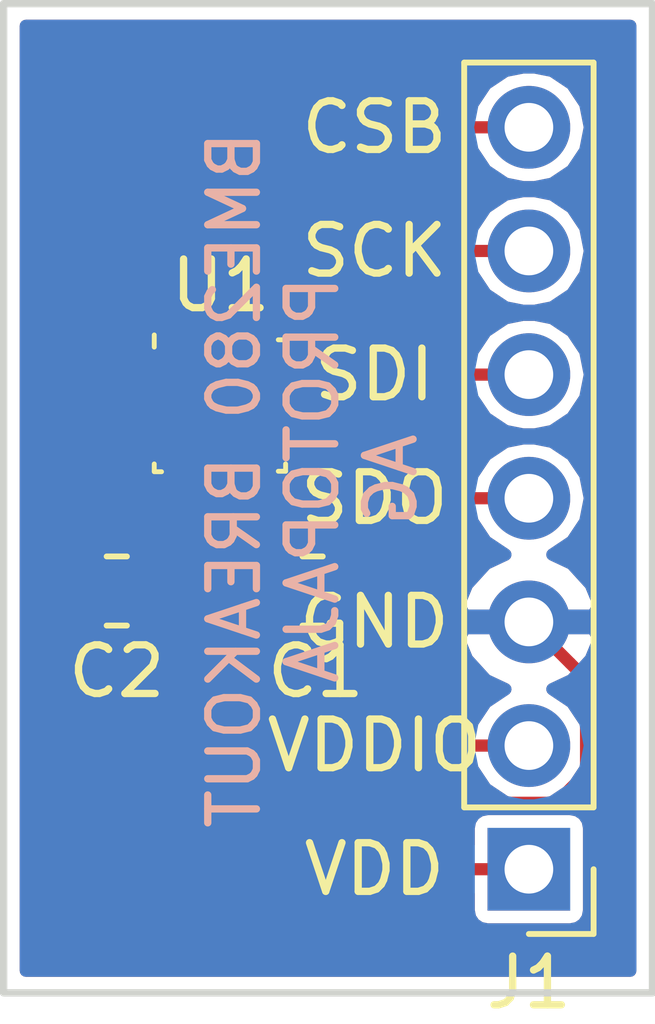
<source format=kicad_pcb>
(kicad_pcb (version 20171130) (host pcbnew 5.0.0-rc3-6a2723a~65~ubuntu18.04.1)

  (general
    (thickness 1.6)
    (drawings 12)
    (tracks 48)
    (zones 0)
    (modules 4)
    (nets 8)
  )

  (page A4)
  (layers
    (0 F.Cu signal)
    (31 B.Cu signal)
    (32 B.Adhes user)
    (33 F.Adhes user)
    (34 B.Paste user)
    (35 F.Paste user)
    (36 B.SilkS user)
    (37 F.SilkS user)
    (38 B.Mask user)
    (39 F.Mask user)
    (40 Dwgs.User user)
    (41 Cmts.User user)
    (42 Eco1.User user)
    (43 Eco2.User user)
    (44 Edge.Cuts user)
    (45 Margin user)
    (46 B.CrtYd user)
    (47 F.CrtYd user)
    (48 B.Fab user hide)
    (49 F.Fab user hide)
  )

  (setup
    (last_trace_width 0.25)
    (trace_clearance 0.2)
    (zone_clearance 0.508)
    (zone_45_only no)
    (trace_min 0.2)
    (segment_width 0.2)
    (edge_width 0.15)
    (via_size 0.5)
    (via_drill 0.2)
    (via_min_size 0.45)
    (via_min_drill 0.2)
    (uvia_size 0.3)
    (uvia_drill 0.1)
    (uvias_allowed no)
    (uvia_min_size 0.2)
    (uvia_min_drill 0.1)
    (pcb_text_width 0.3)
    (pcb_text_size 1.5 1.5)
    (mod_edge_width 0.15)
    (mod_text_size 1 1)
    (mod_text_width 0.15)
    (pad_size 1.524 1.524)
    (pad_drill 0.762)
    (pad_to_mask_clearance 0.0254)
    (aux_axis_origin 0 0)
    (visible_elements FFFFFF7F)
    (pcbplotparams
      (layerselection 0x010f0_ffffffff)
      (usegerberextensions false)
      (usegerberattributes false)
      (usegerberadvancedattributes false)
      (creategerberjobfile false)
      (excludeedgelayer true)
      (linewidth 0.100000)
      (plotframeref false)
      (viasonmask false)
      (mode 1)
      (useauxorigin false)
      (hpglpennumber 1)
      (hpglpenspeed 20)
      (hpglpendiameter 15.000000)
      (psnegative false)
      (psa4output false)
      (plotreference true)
      (plotvalue true)
      (plotinvisibletext false)
      (padsonsilk false)
      (subtractmaskfromsilk false)
      (outputformat 1)
      (mirror false)
      (drillshape 0)
      (scaleselection 1)
      (outputdirectory "gerber/"))
  )

  (net 0 "")
  (net 1 GND)
  (net 2 /VDDIO)
  (net 3 /VDD)
  (net 4 /SDO)
  (net 5 /SDI)
  (net 6 /SCK)
  (net 7 /CSB)

  (net_class Default "This is the default net class."
    (clearance 0.2)
    (trace_width 0.25)
    (via_dia 0.5)
    (via_drill 0.2)
    (uvia_dia 0.3)
    (uvia_drill 0.1)
    (add_net /CSB)
    (add_net /SCK)
    (add_net /SDI)
    (add_net /SDO)
    (add_net /VDD)
    (add_net /VDDIO)
    (add_net GND)
  )

  (module Capacitor_SMD:C_0805_2012Metric (layer F.Cu) (tedit 5B20DC38) (tstamp 5B52216F)
    (at 182.88 83.82)
    (descr "Capacitor SMD 0805 (2012 Metric), square (rectangular) end terminal, IPC_7351 nominal, (Body size source: http://www.tortai-tech.com/upload/download/2011102023233369053.pdf), generated with kicad-footprint-generator")
    (tags capacitor)
    (path /5B478C4F)
    (attr smd)
    (fp_text reference C1 (at 0.0635 1.651) (layer F.SilkS)
      (effects (font (size 1 1) (thickness 0.15)))
    )
    (fp_text value 100nF (at 0 1.65) (layer F.Fab)
      (effects (font (size 1 1) (thickness 0.15)))
    )
    (fp_line (start -1 0.6) (end -1 -0.6) (layer F.Fab) (width 0.1))
    (fp_line (start -1 -0.6) (end 1 -0.6) (layer F.Fab) (width 0.1))
    (fp_line (start 1 -0.6) (end 1 0.6) (layer F.Fab) (width 0.1))
    (fp_line (start 1 0.6) (end -1 0.6) (layer F.Fab) (width 0.1))
    (fp_line (start -0.207983 -0.71) (end 0.207983 -0.71) (layer F.SilkS) (width 0.12))
    (fp_line (start -0.207983 0.71) (end 0.207983 0.71) (layer F.SilkS) (width 0.12))
    (fp_line (start -1.68 0.95) (end -1.68 -0.95) (layer F.CrtYd) (width 0.05))
    (fp_line (start -1.68 -0.95) (end 1.68 -0.95) (layer F.CrtYd) (width 0.05))
    (fp_line (start 1.68 -0.95) (end 1.68 0.95) (layer F.CrtYd) (width 0.05))
    (fp_line (start 1.68 0.95) (end -1.68 0.95) (layer F.CrtYd) (width 0.05))
    (fp_text user %R (at 0 0) (layer F.Fab)
      (effects (font (size 0.5 0.5) (thickness 0.08)))
    )
    (pad 1 smd roundrect (at -0.85 0) (size 1.15 1.4) (layers F.Cu F.Paste F.Mask) (roundrect_rratio 0.217391)
      (net 1 GND))
    (pad 2 smd roundrect (at 0.85 0) (size 1.15 1.4) (layers F.Cu F.Paste F.Mask) (roundrect_rratio 0.217391)
      (net 2 /VDDIO))
    (model ${KISYS3DMOD}/Capacitor_SMD.3dshapes/C_0805_2012Metric.wrl
      (at (xyz 0 0 0))
      (scale (xyz 1 1 1))
      (rotate (xyz 0 0 0))
    )
  )

  (module Capacitor_SMD:C_0805_2012Metric (layer F.Cu) (tedit 5B20DC38) (tstamp 5B522180)
    (at 178.855 83.82 180)
    (descr "Capacitor SMD 0805 (2012 Metric), square (rectangular) end terminal, IPC_7351 nominal, (Body size source: http://www.tortai-tech.com/upload/download/2011102023233369053.pdf), generated with kicad-footprint-generator")
    (tags capacitor)
    (path /5B478EC1)
    (attr smd)
    (fp_text reference C2 (at 0 -1.65 180) (layer F.SilkS)
      (effects (font (size 1 1) (thickness 0.15)))
    )
    (fp_text value 100nF (at 0 1.65 180) (layer F.Fab)
      (effects (font (size 1 1) (thickness 0.15)))
    )
    (fp_text user %R (at 0 0 180) (layer F.Fab)
      (effects (font (size 0.5 0.5) (thickness 0.08)))
    )
    (fp_line (start 1.68 0.95) (end -1.68 0.95) (layer F.CrtYd) (width 0.05))
    (fp_line (start 1.68 -0.95) (end 1.68 0.95) (layer F.CrtYd) (width 0.05))
    (fp_line (start -1.68 -0.95) (end 1.68 -0.95) (layer F.CrtYd) (width 0.05))
    (fp_line (start -1.68 0.95) (end -1.68 -0.95) (layer F.CrtYd) (width 0.05))
    (fp_line (start -0.207983 0.71) (end 0.207983 0.71) (layer F.SilkS) (width 0.12))
    (fp_line (start -0.207983 -0.71) (end 0.207983 -0.71) (layer F.SilkS) (width 0.12))
    (fp_line (start 1 0.6) (end -1 0.6) (layer F.Fab) (width 0.1))
    (fp_line (start 1 -0.6) (end 1 0.6) (layer F.Fab) (width 0.1))
    (fp_line (start -1 -0.6) (end 1 -0.6) (layer F.Fab) (width 0.1))
    (fp_line (start -1 0.6) (end -1 -0.6) (layer F.Fab) (width 0.1))
    (pad 2 smd roundrect (at 0.85 0 180) (size 1.15 1.4) (layers F.Cu F.Paste F.Mask) (roundrect_rratio 0.217391)
      (net 3 /VDD))
    (pad 1 smd roundrect (at -0.85 0 180) (size 1.15 1.4) (layers F.Cu F.Paste F.Mask) (roundrect_rratio 0.217391)
      (net 1 GND))
    (model ${KISYS3DMOD}/Capacitor_SMD.3dshapes/C_0805_2012Metric.wrl
      (at (xyz 0 0 0))
      (scale (xyz 1 1 1))
      (rotate (xyz 0 0 0))
    )
  )

  (module Connector_PinHeader_2.54mm:PinHeader_1x07_P2.54mm_Vertical (layer F.Cu) (tedit 59FED5CC) (tstamp 5B52219B)
    (at 187.325 89.535 180)
    (descr "Through hole straight pin header, 1x07, 2.54mm pitch, single row")
    (tags "Through hole pin header THT 1x07 2.54mm single row")
    (path /5B479421)
    (fp_text reference J1 (at 0 -2.33 180) (layer F.SilkS)
      (effects (font (size 1 1) (thickness 0.15)))
    )
    (fp_text value Conn_01x07 (at 0 17.57 180) (layer F.Fab)
      (effects (font (size 1 1) (thickness 0.15)))
    )
    (fp_line (start -0.635 -1.27) (end 1.27 -1.27) (layer F.Fab) (width 0.1))
    (fp_line (start 1.27 -1.27) (end 1.27 16.51) (layer F.Fab) (width 0.1))
    (fp_line (start 1.27 16.51) (end -1.27 16.51) (layer F.Fab) (width 0.1))
    (fp_line (start -1.27 16.51) (end -1.27 -0.635) (layer F.Fab) (width 0.1))
    (fp_line (start -1.27 -0.635) (end -0.635 -1.27) (layer F.Fab) (width 0.1))
    (fp_line (start -1.33 16.57) (end 1.33 16.57) (layer F.SilkS) (width 0.12))
    (fp_line (start -1.33 1.27) (end -1.33 16.57) (layer F.SilkS) (width 0.12))
    (fp_line (start 1.33 1.27) (end 1.33 16.57) (layer F.SilkS) (width 0.12))
    (fp_line (start -1.33 1.27) (end 1.33 1.27) (layer F.SilkS) (width 0.12))
    (fp_line (start -1.33 0) (end -1.33 -1.33) (layer F.SilkS) (width 0.12))
    (fp_line (start -1.33 -1.33) (end 0 -1.33) (layer F.SilkS) (width 0.12))
    (fp_line (start -1.8 -1.8) (end -1.8 17.05) (layer F.CrtYd) (width 0.05))
    (fp_line (start -1.8 17.05) (end 1.8 17.05) (layer F.CrtYd) (width 0.05))
    (fp_line (start 1.8 17.05) (end 1.8 -1.8) (layer F.CrtYd) (width 0.05))
    (fp_line (start 1.8 -1.8) (end -1.8 -1.8) (layer F.CrtYd) (width 0.05))
    (fp_text user %R (at 0 7.62 270) (layer F.Fab)
      (effects (font (size 1 1) (thickness 0.15)))
    )
    (pad 1 thru_hole rect (at 0 0 180) (size 1.7 1.7) (drill 1) (layers *.Cu *.Mask)
      (net 3 /VDD))
    (pad 2 thru_hole oval (at 0 2.54 180) (size 1.7 1.7) (drill 1) (layers *.Cu *.Mask)
      (net 2 /VDDIO))
    (pad 3 thru_hole oval (at 0 5.08 180) (size 1.7 1.7) (drill 1) (layers *.Cu *.Mask)
      (net 1 GND))
    (pad 4 thru_hole oval (at 0 7.62 180) (size 1.7 1.7) (drill 1) (layers *.Cu *.Mask)
      (net 4 /SDO))
    (pad 5 thru_hole oval (at 0 10.16 180) (size 1.7 1.7) (drill 1) (layers *.Cu *.Mask)
      (net 5 /SDI))
    (pad 6 thru_hole oval (at 0 12.7 180) (size 1.7 1.7) (drill 1) (layers *.Cu *.Mask)
      (net 6 /SCK))
    (pad 7 thru_hole oval (at 0 15.24 180) (size 1.7 1.7) (drill 1) (layers *.Cu *.Mask)
      (net 7 /CSB))
    (model ${KISYS3DMOD}/Connector_PinHeader_2.54mm.3dshapes/PinHeader_1x07_P2.54mm_Vertical.wrl
      (at (xyz 0 0 0))
      (scale (xyz 1 1 1))
      (rotate (xyz 0 0 0))
    )
  )

  (module Package_LGA:Bosch_LGA-8_2.5x2.5mm_P0.65mm_ClockwisePinNumbering (layer F.Cu) (tedit 5A0FA816) (tstamp 5B5221B8)
    (at 180.975 80.01)
    (descr LGA-8)
    (tags "lga land grid array")
    (path /5B4789AB)
    (attr smd)
    (fp_text reference U1 (at 0.015 -2.465) (layer F.SilkS)
      (effects (font (size 1 1) (thickness 0.15)))
    )
    (fp_text value BME280 (at 0.015 2.535) (layer F.Fab)
      (effects (font (size 1 1) (thickness 0.15)))
    )
    (fp_text user %R (at 0 0 180) (layer F.Fab)
      (effects (font (size 0.5 0.5) (thickness 0.075)))
    )
    (fp_line (start -1.35 1.36) (end -1.2 1.36) (layer F.SilkS) (width 0.1))
    (fp_line (start -1.25 -0.5) (end -0.5 -1.25) (layer F.Fab) (width 0.1))
    (fp_line (start -1.35 1.35) (end -1.35 1.2) (layer F.SilkS) (width 0.1))
    (fp_line (start 1.35 1.35) (end 1.35 1.2) (layer F.SilkS) (width 0.1))
    (fp_line (start 1.35 1.35) (end 1.2 1.35) (layer F.SilkS) (width 0.1))
    (fp_line (start 1.2 -1.35) (end 1.35 -1.35) (layer F.SilkS) (width 0.1))
    (fp_line (start 1.35 -1.35) (end 1.35 -1.2) (layer F.SilkS) (width 0.1))
    (fp_line (start -1.35 -1.2) (end -1.35 -1.45) (layer F.SilkS) (width 0.1))
    (fp_line (start -1.25 1.25) (end -1.25 -0.5) (layer F.Fab) (width 0.1))
    (fp_line (start -0.5 -1.25) (end 1.25 -1.25) (layer F.Fab) (width 0.1))
    (fp_line (start 1.25 -1.25) (end 1.25 1.25) (layer F.Fab) (width 0.1))
    (fp_line (start 1.25 1.25) (end -1.25 1.25) (layer F.Fab) (width 0.1))
    (fp_line (start -1.41 1.54) (end -1.41 -1.54) (layer F.CrtYd) (width 0.05))
    (fp_line (start -1.41 -1.54) (end 1.41 -1.54) (layer F.CrtYd) (width 0.05))
    (fp_line (start 1.41 -1.54) (end 1.41 1.54) (layer F.CrtYd) (width 0.05))
    (fp_line (start 1.41 1.54) (end -1.41 1.54) (layer F.CrtYd) (width 0.05))
    (pad 4 smd rect (at 0.975 -1.025 90) (size 0.5 0.35) (layers F.Cu F.Paste F.Mask)
      (net 6 /SCK))
    (pad 3 smd rect (at 0.325 -1.025 90) (size 0.5 0.35) (layers F.Cu F.Paste F.Mask)
      (net 5 /SDI))
    (pad 2 smd rect (at -0.325 -1.025 90) (size 0.5 0.35) (layers F.Cu F.Paste F.Mask)
      (net 7 /CSB))
    (pad 1 smd rect (at -0.975 -1.025 90) (size 0.5 0.35) (layers F.Cu F.Paste F.Mask)
      (net 1 GND))
    (pad 8 smd rect (at -0.975 1.025 90) (size 0.5 0.35) (layers F.Cu F.Paste F.Mask)
      (net 3 /VDD))
    (pad 7 smd rect (at -0.325 1.025 90) (size 0.5 0.35) (layers F.Cu F.Paste F.Mask)
      (net 1 GND))
    (pad 6 smd rect (at 0.325 1.025 90) (size 0.5 0.35) (layers F.Cu F.Paste F.Mask)
      (net 2 /VDDIO))
    (pad 5 smd rect (at 0.975 1.025 90) (size 0.5 0.35) (layers F.Cu F.Paste F.Mask)
      (net 4 /SDO))
    (model ${KISYS3DMOD}/Package_LGA.3dshapes/Bosch_LGA-8_2.5x2.5mm_P0.65mm_ClockwisePinNumbering.wrl
      (offset (xyz 0.01500000025472259 -0.03500000059435272 0))
      (scale (xyz 1 1 1))
      (rotate (xyz 0 0 0))
    )
  )

  (gr_text "BME280 BREAKOUT\nPROTOPAJA\nAG" (at 182.88 81.534 90) (layer B.SilkS)
    (effects (font (size 1 1) (thickness 0.15)) (justify mirror))
  )
  (gr_text VDD (at 184.15 89.535) (layer F.SilkS)
    (effects (font (size 1 1) (thickness 0.15)))
  )
  (gr_text VDDIO (at 184.15 86.995) (layer F.SilkS)
    (effects (font (size 1 1) (thickness 0.15)))
  )
  (gr_text GND (at 184.15 84.455) (layer F.SilkS)
    (effects (font (size 1 1) (thickness 0.15)))
  )
  (gr_text SDO (at 184.15 81.915) (layer F.SilkS)
    (effects (font (size 1 1) (thickness 0.15)))
  )
  (gr_text SDI (at 184.15 79.375) (layer F.SilkS)
    (effects (font (size 1 1) (thickness 0.15)))
  )
  (gr_text SCK (at 184.15 76.835) (layer F.SilkS)
    (effects (font (size 1 1) (thickness 0.15)))
  )
  (gr_text CSB (at 184.15 74.295) (layer F.SilkS)
    (effects (font (size 1 1) (thickness 0.15)))
  )
  (gr_line (start 176.53 71.755) (end 189.865 71.755) (layer Edge.Cuts) (width 0.15))
  (gr_line (start 176.53 92.075) (end 176.53 71.755) (layer Edge.Cuts) (width 0.15))
  (gr_line (start 189.865 92.075) (end 176.53 92.075) (layer Edge.Cuts) (width 0.15))
  (gr_line (start 189.865 71.755) (end 189.865 92.075) (layer Edge.Cuts) (width 0.15))

  (segment (start 182.03 83.82) (end 179.705 83.82) (width 0.25) (layer F.Cu) (net 1))
  (segment (start 188.174999 85.304999) (end 187.325 84.455) (width 0.25) (layer F.Cu) (net 1))
  (segment (start 180.65 80.674998) (end 180.65 81.035) (width 0.25) (layer F.Cu) (net 1))
  (segment (start 180 80.024998) (end 180.65 80.674998) (width 0.25) (layer F.Cu) (net 1))
  (segment (start 180 78.985) (end 180 80.024998) (width 0.25) (layer F.Cu) (net 1))
  (segment (start 182.03 83.82) (end 182.03 84.62) (width 0.25) (layer F.Cu) (net 1))
  (segment (start 182.03 84.62) (end 182.03 84.74) (width 0.25) (layer F.Cu) (net 1))
  (segment (start 182.03 84.62) (end 182.03 85.47) (width 0.25) (layer F.Cu) (net 1))
  (segment (start 188.500001 85.630001) (end 188.174999 85.304999) (width 0.25) (layer F.Cu) (net 1))
  (segment (start 188.500001 87.559001) (end 188.500001 85.630001) (width 0.25) (layer F.Cu) (net 1))
  (segment (start 187.889001 88.170001) (end 188.500001 87.559001) (width 0.25) (layer F.Cu) (net 1))
  (segment (start 184.730001 88.170001) (end 187.889001 88.170001) (width 0.25) (layer F.Cu) (net 1))
  (segment (start 182.03 85.47) (end 184.730001 88.170001) (width 0.25) (layer F.Cu) (net 1))
  (segment (start 180.65 81.035) (end 180.65 82.05) (width 0.25) (layer F.Cu) (net 1))
  (segment (start 179.705 82.995) (end 179.705 83.82) (width 0.25) (layer F.Cu) (net 1))
  (segment (start 180.65 82.05) (end 179.705 82.995) (width 0.25) (layer F.Cu) (net 1))
  (segment (start 183.73 83.82) (end 183.73 85.25) (width 0.25) (layer F.Cu) (net 2))
  (segment (start 185.475 86.995) (end 187.325 86.995) (width 0.25) (layer F.Cu) (net 2))
  (segment (start 183.73 85.25) (end 185.475 86.995) (width 0.25) (layer F.Cu) (net 2))
  (segment (start 183.35 82.55) (end 183.73 82.93) (width 0.25) (layer F.Cu) (net 2))
  (segment (start 181.61 82.55) (end 183.35 82.55) (width 0.25) (layer F.Cu) (net 2))
  (segment (start 181.3 81.035) (end 181.3 82.24) (width 0.25) (layer F.Cu) (net 2))
  (segment (start 183.73 82.93) (end 183.73 83.82) (width 0.25) (layer F.Cu) (net 2))
  (segment (start 181.3 82.24) (end 181.61 82.55) (width 0.25) (layer F.Cu) (net 2))
  (segment (start 183.72 89.535) (end 187.325 89.535) (width 0.25) (layer F.Cu) (net 3))
  (segment (start 178.005 82.98) (end 178.005 83.82) (width 0.25) (layer F.Cu) (net 3))
  (segment (start 179.275 82.55) (end 178.435 82.55) (width 0.25) (layer F.Cu) (net 3))
  (segment (start 180 81.035) (end 180 81.825) (width 0.25) (layer F.Cu) (net 3))
  (segment (start 178.435 82.55) (end 178.005 82.98) (width 0.25) (layer F.Cu) (net 3))
  (segment (start 180 81.825) (end 179.275 82.55) (width 0.25) (layer F.Cu) (net 3))
  (segment (start 178.005 83.82) (end 178.005 85.422) (width 0.25) (layer F.Cu) (net 3))
  (segment (start 182.118 89.535) (end 183.72 89.535) (width 0.25) (layer F.Cu) (net 3))
  (segment (start 178.005 85.422) (end 182.118 89.535) (width 0.25) (layer F.Cu) (net 3))
  (segment (start 181.95 81.035) (end 181.95 81.874) (width 0.25) (layer F.Cu) (net 4))
  (segment (start 181.991 81.915) (end 187.325 81.915) (width 0.25) (layer F.Cu) (net 4))
  (segment (start 181.95 81.874) (end 181.991 81.915) (width 0.25) (layer F.Cu) (net 4))
  (segment (start 186.122919 79.375) (end 187.325 79.375) (width 0.25) (layer F.Cu) (net 5))
  (segment (start 185.937918 79.560001) (end 186.122919 79.375) (width 0.25) (layer F.Cu) (net 5))
  (segment (start 181.375001 79.560001) (end 185.937918 79.560001) (width 0.25) (layer F.Cu) (net 5))
  (segment (start 181.3 79.485) (end 181.375001 79.560001) (width 0.25) (layer F.Cu) (net 5))
  (segment (start 181.3 78.985) (end 181.3 79.485) (width 0.25) (layer F.Cu) (net 5))
  (segment (start 181.95 78.985) (end 181.95 78.019) (width 0.25) (layer F.Cu) (net 6))
  (segment (start 183.134 76.835) (end 187.325 76.835) (width 0.25) (layer F.Cu) (net 6))
  (segment (start 181.95 78.019) (end 183.134 76.835) (width 0.25) (layer F.Cu) (net 6))
  (segment (start 180.65 78.985) (end 180.65 77.922) (width 0.25) (layer F.Cu) (net 7))
  (segment (start 186.122919 74.295) (end 187.325 74.295) (width 0.25) (layer F.Cu) (net 7))
  (segment (start 184.277 74.295) (end 186.122919 74.295) (width 0.25) (layer F.Cu) (net 7))
  (segment (start 180.65 77.922) (end 184.277 74.295) (width 0.25) (layer F.Cu) (net 7))

  (zone (net 1) (net_name GND) (layer F.Cu) (tstamp 5B47411B) (hatch edge 0.508)
    (connect_pads (clearance 0.254))
    (min_thickness 0.254)
    (fill yes (arc_segments 16) (thermal_gap 0.508) (thermal_bridge_width 0.508))
    (polygon
      (pts
        (xy 176.53 71.755) (xy 189.865 71.755) (xy 189.865 92.075) (xy 176.53 92.075)
      )
    )
    (filled_polygon
      (pts
        (xy 189.409001 91.619) (xy 176.986 91.619) (xy 176.986 83.369999) (xy 177.041536 83.369999) (xy 177.041536 84.270001)
        (xy 177.090136 84.51433) (xy 177.228537 84.721463) (xy 177.43567 84.859864) (xy 177.499001 84.872461) (xy 177.499001 85.372161)
        (xy 177.489087 85.422) (xy 177.519036 85.572557) (xy 177.52836 85.619431) (xy 177.640195 85.786806) (xy 177.682446 85.815037)
        (xy 181.724963 89.857555) (xy 181.753194 89.899806) (xy 181.920569 90.011641) (xy 182.068165 90.041) (xy 182.117999 90.050913)
        (xy 182.167833 90.041) (xy 186.086536 90.041) (xy 186.086536 90.385) (xy 186.116106 90.533659) (xy 186.200314 90.659686)
        (xy 186.326341 90.743894) (xy 186.475 90.773464) (xy 188.175 90.773464) (xy 188.323659 90.743894) (xy 188.449686 90.659686)
        (xy 188.533894 90.533659) (xy 188.563464 90.385) (xy 188.563464 88.685) (xy 188.533894 88.536341) (xy 188.449686 88.410314)
        (xy 188.323659 88.326106) (xy 188.175 88.296536) (xy 186.475 88.296536) (xy 186.326341 88.326106) (xy 186.200314 88.410314)
        (xy 186.116106 88.536341) (xy 186.086536 88.685) (xy 186.086536 89.029) (xy 182.327592 89.029) (xy 178.511 85.212409)
        (xy 178.511 84.872461) (xy 178.57433 84.859864) (xy 178.581479 84.855088) (xy 178.591673 84.879699) (xy 178.770302 85.058327)
        (xy 179.003691 85.155) (xy 179.41925 85.155) (xy 179.578 84.99625) (xy 179.578 83.947) (xy 179.832 83.947)
        (xy 179.832 84.99625) (xy 179.99075 85.155) (xy 180.406309 85.155) (xy 180.639698 85.058327) (xy 180.818327 84.879699)
        (xy 180.8675 84.760985) (xy 180.916673 84.879699) (xy 181.095302 85.058327) (xy 181.328691 85.155) (xy 181.74425 85.155)
        (xy 181.903 84.99625) (xy 181.903 83.947) (xy 180.97875 83.947) (xy 180.8675 84.05825) (xy 180.75625 83.947)
        (xy 179.832 83.947) (xy 179.578 83.947) (xy 179.558 83.947) (xy 179.558 83.693) (xy 179.578 83.693)
        (xy 179.578 83.673) (xy 179.832 83.673) (xy 179.832 83.693) (xy 180.75625 83.693) (xy 180.8675 83.58175)
        (xy 180.97875 83.693) (xy 181.903 83.693) (xy 181.903 83.673) (xy 182.157 83.673) (xy 182.157 83.693)
        (xy 182.177 83.693) (xy 182.177 83.947) (xy 182.157 83.947) (xy 182.157 84.99625) (xy 182.31575 85.155)
        (xy 182.731309 85.155) (xy 182.964698 85.058327) (xy 183.143327 84.879699) (xy 183.153521 84.855088) (xy 183.16067 84.859864)
        (xy 183.224001 84.872461) (xy 183.224001 85.200161) (xy 183.214087 85.25) (xy 183.248301 85.422) (xy 183.25336 85.447431)
        (xy 183.365195 85.614806) (xy 183.407445 85.643037) (xy 185.081963 87.317555) (xy 185.110194 87.359806) (xy 185.222781 87.435033)
        (xy 185.277568 87.471641) (xy 185.475 87.510913) (xy 185.524835 87.501) (xy 186.182588 87.501) (xy 186.437499 87.882501)
        (xy 186.844688 88.154576) (xy 187.203761 88.226) (xy 187.446239 88.226) (xy 187.805312 88.154576) (xy 188.212501 87.882501)
        (xy 188.484576 87.475312) (xy 188.580116 86.995) (xy 188.484576 86.514688) (xy 188.212501 86.107499) (xy 187.808037 85.837245)
        (xy 188.206358 85.650183) (xy 188.596645 85.221924) (xy 188.766476 84.81189) (xy 188.645155 84.582) (xy 187.452 84.582)
        (xy 187.452 84.602) (xy 187.198 84.602) (xy 187.198 84.582) (xy 186.004845 84.582) (xy 185.883524 84.81189)
        (xy 186.053355 85.221924) (xy 186.443642 85.650183) (xy 186.841963 85.837245) (xy 186.437499 86.107499) (xy 186.182588 86.489)
        (xy 185.684592 86.489) (xy 184.236 85.040409) (xy 184.236 84.872461) (xy 184.29933 84.859864) (xy 184.506463 84.721463)
        (xy 184.644864 84.51433) (xy 184.693464 84.270001) (xy 184.693464 83.369999) (xy 184.644864 83.12567) (xy 184.506463 82.918537)
        (xy 184.29933 82.780136) (xy 184.212674 82.762899) (xy 184.206641 82.732569) (xy 184.094806 82.565194) (xy 184.052555 82.536964)
        (xy 183.936592 82.421) (xy 186.182588 82.421) (xy 186.437499 82.802501) (xy 186.841963 83.072755) (xy 186.443642 83.259817)
        (xy 186.053355 83.688076) (xy 185.883524 84.09811) (xy 186.004845 84.328) (xy 187.198 84.328) (xy 187.198 84.308)
        (xy 187.452 84.308) (xy 187.452 84.328) (xy 188.645155 84.328) (xy 188.766476 84.09811) (xy 188.596645 83.688076)
        (xy 188.206358 83.259817) (xy 187.808037 83.072755) (xy 188.212501 82.802501) (xy 188.484576 82.395312) (xy 188.580116 81.915)
        (xy 188.484576 81.434688) (xy 188.212501 81.027499) (xy 187.805312 80.755424) (xy 187.446239 80.684) (xy 187.203761 80.684)
        (xy 186.844688 80.755424) (xy 186.437499 81.027499) (xy 186.182588 81.409) (xy 182.488799 81.409) (xy 182.513464 81.285)
        (xy 182.513464 80.785) (xy 182.483894 80.636341) (xy 182.399686 80.510314) (xy 182.273659 80.426106) (xy 182.125 80.396536)
        (xy 181.775 80.396536) (xy 181.626341 80.426106) (xy 181.625 80.427002) (xy 181.623659 80.426106) (xy 181.475 80.396536)
        (xy 181.334561 80.396536) (xy 181.184699 80.246673) (xy 180.95131 80.15) (xy 180.89625 80.15) (xy 180.7375 80.30875)
        (xy 180.7375 80.780154) (xy 180.736536 80.785) (xy 180.736536 81.285) (xy 180.7375 81.289846) (xy 180.7375 81.76125)
        (xy 180.794001 81.817751) (xy 180.794001 82.190161) (xy 180.784087 82.24) (xy 180.820092 82.421) (xy 180.82336 82.437431)
        (xy 180.935195 82.604806) (xy 180.977446 82.633037) (xy 181.010692 82.666283) (xy 180.916673 82.760301) (xy 180.8675 82.879015)
        (xy 180.818327 82.760301) (xy 180.639698 82.581673) (xy 180.406309 82.485) (xy 180.055592 82.485) (xy 180.322555 82.218037)
        (xy 180.364806 82.189806) (xy 180.443901 82.071431) (xy 180.476641 82.022432) (xy 180.515913 81.825) (xy 180.513065 81.810685)
        (xy 180.5625 81.76125) (xy 180.5625 81.289846) (xy 180.563464 81.285) (xy 180.563464 80.785) (xy 180.5625 80.780154)
        (xy 180.5625 80.30875) (xy 180.40375 80.15) (xy 180.34869 80.15) (xy 180.115301 80.246673) (xy 179.965439 80.396536)
        (xy 179.825 80.396536) (xy 179.676341 80.426106) (xy 179.550314 80.510314) (xy 179.466106 80.636341) (xy 179.436536 80.785)
        (xy 179.436536 81.285) (xy 179.466106 81.433659) (xy 179.494001 81.475406) (xy 179.494001 81.615408) (xy 179.065409 82.044)
        (xy 178.484835 82.044) (xy 178.435 82.034087) (xy 178.237568 82.073359) (xy 178.182781 82.109967) (xy 178.070194 82.185194)
        (xy 178.041963 82.227445) (xy 177.682447 82.586962) (xy 177.640194 82.615194) (xy 177.544442 82.7585) (xy 177.43567 82.780136)
        (xy 177.228537 82.918537) (xy 177.090136 83.12567) (xy 177.041536 83.369999) (xy 176.986 83.369999) (xy 176.986 79.26875)
        (xy 179.19 79.26875) (xy 179.19 79.361309) (xy 179.286673 79.594698) (xy 179.465301 79.773327) (xy 179.69869 79.87)
        (xy 179.75375 79.87) (xy 179.9125 79.71125) (xy 179.9125 79.11) (xy 179.34875 79.11) (xy 179.19 79.26875)
        (xy 176.986 79.26875) (xy 176.986 78.608691) (xy 179.19 78.608691) (xy 179.19 78.70125) (xy 179.34875 78.86)
        (xy 179.9125 78.86) (xy 179.9125 78.735) (xy 180.086536 78.735) (xy 180.086536 79.235) (xy 180.0875 79.239846)
        (xy 180.0875 79.71125) (xy 180.24625 79.87) (xy 180.30131 79.87) (xy 180.534699 79.773327) (xy 180.684561 79.623464)
        (xy 180.81163 79.623464) (xy 180.82336 79.682431) (xy 180.935195 79.849806) (xy 180.977446 79.878037) (xy 180.981962 79.882553)
        (xy 181.010195 79.924807) (xy 181.17757 80.036642) (xy 181.325166 80.066001) (xy 181.375 80.075914) (xy 181.424834 80.066001)
        (xy 185.888084 80.066001) (xy 185.937918 80.075914) (xy 185.987752 80.066001) (xy 185.987753 80.066001) (xy 186.135349 80.036642)
        (xy 186.239905 79.966781) (xy 186.437499 80.262501) (xy 186.844688 80.534576) (xy 187.203761 80.606) (xy 187.446239 80.606)
        (xy 187.805312 80.534576) (xy 188.212501 80.262501) (xy 188.484576 79.855312) (xy 188.580116 79.375) (xy 188.484576 78.894688)
        (xy 188.212501 78.487499) (xy 187.805312 78.215424) (xy 187.446239 78.144) (xy 187.203761 78.144) (xy 186.844688 78.215424)
        (xy 186.437499 78.487499) (xy 186.182588 78.869) (xy 186.172753 78.869) (xy 186.122919 78.859087) (xy 186.073085 78.869)
        (xy 186.073084 78.869) (xy 185.925488 78.898359) (xy 185.758113 79.010194) (xy 185.72988 79.052448) (xy 185.728327 79.054001)
        (xy 182.513464 79.054001) (xy 182.513464 78.735) (xy 182.483894 78.586341) (xy 182.456 78.544594) (xy 182.456 78.228591)
        (xy 183.343592 77.341) (xy 186.182588 77.341) (xy 186.437499 77.722501) (xy 186.844688 77.994576) (xy 187.203761 78.066)
        (xy 187.446239 78.066) (xy 187.805312 77.994576) (xy 188.212501 77.722501) (xy 188.484576 77.315312) (xy 188.580116 76.835)
        (xy 188.484576 76.354688) (xy 188.212501 75.947499) (xy 187.805312 75.675424) (xy 187.446239 75.604) (xy 187.203761 75.604)
        (xy 186.844688 75.675424) (xy 186.437499 75.947499) (xy 186.182588 76.329) (xy 183.183834 76.329) (xy 183.134 76.319087)
        (xy 183.084166 76.329) (xy 183.084165 76.329) (xy 182.936569 76.358359) (xy 182.91446 76.373132) (xy 184.486592 74.801)
        (xy 186.182588 74.801) (xy 186.437499 75.182501) (xy 186.844688 75.454576) (xy 187.203761 75.526) (xy 187.446239 75.526)
        (xy 187.805312 75.454576) (xy 188.212501 75.182501) (xy 188.484576 74.775312) (xy 188.580116 74.295) (xy 188.484576 73.814688)
        (xy 188.212501 73.407499) (xy 187.805312 73.135424) (xy 187.446239 73.064) (xy 187.203761 73.064) (xy 186.844688 73.135424)
        (xy 186.437499 73.407499) (xy 186.182588 73.789) (xy 184.326835 73.789) (xy 184.277 73.779087) (xy 184.227165 73.789)
        (xy 184.079569 73.818359) (xy 183.912194 73.930194) (xy 183.883963 73.972445) (xy 180.327446 77.528963) (xy 180.285195 77.557194)
        (xy 180.192153 77.696443) (xy 180.17336 77.724569) (xy 180.134087 77.922) (xy 180.144001 77.971839) (xy 180.144001 78.202249)
        (xy 180.0875 78.25875) (xy 180.0875 78.730154) (xy 180.086536 78.735) (xy 179.9125 78.735) (xy 179.9125 78.25875)
        (xy 179.75375 78.1) (xy 179.69869 78.1) (xy 179.465301 78.196673) (xy 179.286673 78.375302) (xy 179.19 78.608691)
        (xy 176.986 78.608691) (xy 176.986 72.211) (xy 189.409 72.211)
      )
    )
  )
  (zone (net 1) (net_name GND) (layer B.Cu) (tstamp 5B474118) (hatch edge 0.508)
    (connect_pads (clearance 0.254))
    (min_thickness 0.254)
    (fill yes (arc_segments 16) (thermal_gap 0.508) (thermal_bridge_width 0.508))
    (polygon
      (pts
        (xy 176.53 71.755) (xy 189.865 71.755) (xy 189.865 92.075) (xy 176.53 92.075)
      )
    )
    (filled_polygon
      (pts
        (xy 189.409001 91.619) (xy 176.986 91.619) (xy 176.986 88.685) (xy 186.086536 88.685) (xy 186.086536 90.385)
        (xy 186.116106 90.533659) (xy 186.200314 90.659686) (xy 186.326341 90.743894) (xy 186.475 90.773464) (xy 188.175 90.773464)
        (xy 188.323659 90.743894) (xy 188.449686 90.659686) (xy 188.533894 90.533659) (xy 188.563464 90.385) (xy 188.563464 88.685)
        (xy 188.533894 88.536341) (xy 188.449686 88.410314) (xy 188.323659 88.326106) (xy 188.175 88.296536) (xy 186.475 88.296536)
        (xy 186.326341 88.326106) (xy 186.200314 88.410314) (xy 186.116106 88.536341) (xy 186.086536 88.685) (xy 176.986 88.685)
        (xy 176.986 84.81189) (xy 185.883524 84.81189) (xy 186.053355 85.221924) (xy 186.443642 85.650183) (xy 186.841963 85.837245)
        (xy 186.437499 86.107499) (xy 186.165424 86.514688) (xy 186.069884 86.995) (xy 186.165424 87.475312) (xy 186.437499 87.882501)
        (xy 186.844688 88.154576) (xy 187.203761 88.226) (xy 187.446239 88.226) (xy 187.805312 88.154576) (xy 188.212501 87.882501)
        (xy 188.484576 87.475312) (xy 188.580116 86.995) (xy 188.484576 86.514688) (xy 188.212501 86.107499) (xy 187.808037 85.837245)
        (xy 188.206358 85.650183) (xy 188.596645 85.221924) (xy 188.766476 84.81189) (xy 188.645155 84.582) (xy 187.452 84.582)
        (xy 187.452 84.602) (xy 187.198 84.602) (xy 187.198 84.582) (xy 186.004845 84.582) (xy 185.883524 84.81189)
        (xy 176.986 84.81189) (xy 176.986 84.09811) (xy 185.883524 84.09811) (xy 186.004845 84.328) (xy 187.198 84.328)
        (xy 187.198 84.308) (xy 187.452 84.308) (xy 187.452 84.328) (xy 188.645155 84.328) (xy 188.766476 84.09811)
        (xy 188.596645 83.688076) (xy 188.206358 83.259817) (xy 187.808037 83.072755) (xy 188.212501 82.802501) (xy 188.484576 82.395312)
        (xy 188.580116 81.915) (xy 188.484576 81.434688) (xy 188.212501 81.027499) (xy 187.805312 80.755424) (xy 187.446239 80.684)
        (xy 187.203761 80.684) (xy 186.844688 80.755424) (xy 186.437499 81.027499) (xy 186.165424 81.434688) (xy 186.069884 81.915)
        (xy 186.165424 82.395312) (xy 186.437499 82.802501) (xy 186.841963 83.072755) (xy 186.443642 83.259817) (xy 186.053355 83.688076)
        (xy 185.883524 84.09811) (xy 176.986 84.09811) (xy 176.986 79.375) (xy 186.069884 79.375) (xy 186.165424 79.855312)
        (xy 186.437499 80.262501) (xy 186.844688 80.534576) (xy 187.203761 80.606) (xy 187.446239 80.606) (xy 187.805312 80.534576)
        (xy 188.212501 80.262501) (xy 188.484576 79.855312) (xy 188.580116 79.375) (xy 188.484576 78.894688) (xy 188.212501 78.487499)
        (xy 187.805312 78.215424) (xy 187.446239 78.144) (xy 187.203761 78.144) (xy 186.844688 78.215424) (xy 186.437499 78.487499)
        (xy 186.165424 78.894688) (xy 186.069884 79.375) (xy 176.986 79.375) (xy 176.986 76.835) (xy 186.069884 76.835)
        (xy 186.165424 77.315312) (xy 186.437499 77.722501) (xy 186.844688 77.994576) (xy 187.203761 78.066) (xy 187.446239 78.066)
        (xy 187.805312 77.994576) (xy 188.212501 77.722501) (xy 188.484576 77.315312) (xy 188.580116 76.835) (xy 188.484576 76.354688)
        (xy 188.212501 75.947499) (xy 187.805312 75.675424) (xy 187.446239 75.604) (xy 187.203761 75.604) (xy 186.844688 75.675424)
        (xy 186.437499 75.947499) (xy 186.165424 76.354688) (xy 186.069884 76.835) (xy 176.986 76.835) (xy 176.986 74.295)
        (xy 186.069884 74.295) (xy 186.165424 74.775312) (xy 186.437499 75.182501) (xy 186.844688 75.454576) (xy 187.203761 75.526)
        (xy 187.446239 75.526) (xy 187.805312 75.454576) (xy 188.212501 75.182501) (xy 188.484576 74.775312) (xy 188.580116 74.295)
        (xy 188.484576 73.814688) (xy 188.212501 73.407499) (xy 187.805312 73.135424) (xy 187.446239 73.064) (xy 187.203761 73.064)
        (xy 186.844688 73.135424) (xy 186.437499 73.407499) (xy 186.165424 73.814688) (xy 186.069884 74.295) (xy 176.986 74.295)
        (xy 176.986 72.211) (xy 189.409 72.211)
      )
    )
  )
)

</source>
